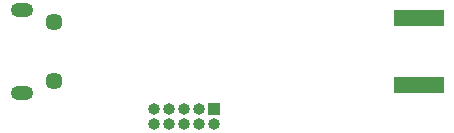
<source format=gbr>
%TF.GenerationSoftware,KiCad,Pcbnew,(5.1.7)-1*%
%TF.CreationDate,2020-12-26T20:13:37+13:00*%
%TF.ProjectId,STM32 RF Dongle,53544d33-3220-4524-9620-446f6e676c65,rev?*%
%TF.SameCoordinates,Original*%
%TF.FileFunction,Soldermask,Bot*%
%TF.FilePolarity,Negative*%
%FSLAX46Y46*%
G04 Gerber Fmt 4.6, Leading zero omitted, Abs format (unit mm)*
G04 Created by KiCad (PCBNEW (5.1.7)-1) date 2020-12-26 20:13:37*
%MOMM*%
%LPD*%
G01*
G04 APERTURE LIST*
%ADD10O,1.900000X1.200000*%
%ADD11C,1.450000*%
%ADD12R,1.000000X1.000000*%
%ADD13O,1.000000X1.000000*%
%ADD14R,4.200000X1.350000*%
G04 APERTURE END LIST*
D10*
%TO.C,J1*%
X127172500Y-97150000D03*
X127172500Y-90150000D03*
D11*
X129872500Y-96150000D03*
X129872500Y-91150000D03*
%TD*%
D12*
%TO.C,J3*%
X143410000Y-98510000D03*
D13*
X143410000Y-99780000D03*
X142140000Y-98510000D03*
X142140000Y-99780000D03*
X140870000Y-98510000D03*
X140870000Y-99780000D03*
X139600000Y-98510000D03*
X139600000Y-99780000D03*
X138330000Y-98510000D03*
X138330000Y-99780000D03*
%TD*%
D14*
%TO.C,J2*%
X160775000Y-90800000D03*
X160775000Y-96450000D03*
%TD*%
M02*

</source>
